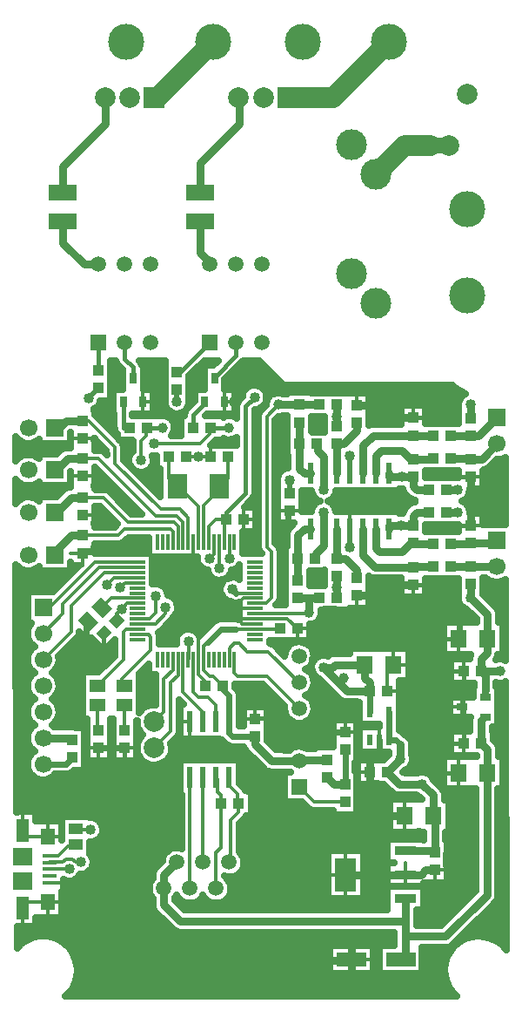
<source format=gtl>
G04 DipTrace 2.4.0.2*
%INTemperatureController.GTL*%
%MOIN*%
%ADD13C,0.0315*%
%ADD14C,0.0118*%
%ADD15C,0.0236*%
%ADD16C,0.0197*%
%ADD17C,0.0591*%
%ADD18C,0.0394*%
%ADD20C,0.0157*%
%ADD21C,0.0256*%
%ADD22C,0.0787*%
%ADD23C,0.025*%
%ADD24C,0.013*%
%ADD26R,0.063X0.0709*%
%ADD27R,0.0433X0.0394*%
%ADD28R,0.1122X0.0551*%
%ADD29R,0.0394X0.0433*%
%ADD30R,0.0787X0.0787*%
%ADD31C,0.0787*%
%ADD32R,0.0591X0.0512*%
%ADD33C,0.1181*%
%ADD34C,0.1378*%
%ADD35R,0.0669X0.0669*%
%ADD36C,0.0669*%
%ADD37C,0.1575*%
%ADD38C,0.0984*%
%ADD39R,0.0531X0.0394*%
%ADD40R,0.0531X0.0157*%
%ADD41R,0.0551X0.063*%
%ADD42R,0.0512X0.0906*%
%ADD43R,0.0748X0.0669*%
%ADD45R,0.0256X0.0413*%
%ADD46R,0.1063X0.063*%
%ADD47R,0.0591X0.0591*%
%ADD48C,0.0591*%
%ADD49R,0.0846X0.0374*%
%ADD50R,0.0846X0.128*%
%ADD51R,0.0413X0.0256*%
%ADD52R,0.0236X0.0433*%
%ADD53R,0.0236X0.0787*%
%ADD54R,0.0118X0.063*%
%ADD55R,0.063X0.0118*%
%ADD56R,0.0748X0.0945*%
%ADD57C,0.04*%
%FSLAX44Y44*%
G04*
G70*
G90*
G75*
G01*
%LNTop*%
%LPD*%
X17951Y16126D2*
D13*
X17076D1*
X16200Y17001D1*
X16513D1*
X16638Y17126D1*
X17763D1*
X13543Y19859D2*
D14*
X12839D1*
D15*
X12699Y20000D1*
X16951Y16626D2*
D14*
Y16126D1*
X17076D1*
X17951Y15314D2*
D15*
Y16126D1*
D13*
Y16438D1*
X17763Y16626D1*
Y17126D1*
X10574Y27643D2*
D16*
Y27187D1*
X7190Y27321D2*
X7574Y27705D1*
X20399Y11343D2*
D13*
Y12127D1*
X19968Y12558D1*
X19096D1*
X18635Y13019D1*
X19138Y13522D1*
Y14063D1*
D15*
X18951Y14251D1*
X18699D1*
X20449Y9937D2*
D13*
Y11292D1*
X20399Y11343D1*
X19324Y9998D2*
X20388D1*
X20449Y9937D1*
X16324Y13481D2*
X15304D1*
X15260Y13437D1*
X14199D1*
X13574Y14062D1*
Y14373D1*
X13572Y14375D1*
X11594Y17320D2*
D14*
Y16919D1*
X11825Y16688D1*
X11950D1*
X12325Y16313D1*
X12381Y21808D2*
Y22619D1*
X12449Y22687D1*
X11791Y21808D2*
Y22404D1*
X12074Y22687D1*
X12449D1*
X17199Y24437D2*
D16*
Y25125D1*
X14887Y24187D2*
Y23687D1*
X13543Y18481D2*
D14*
X14493D1*
X14512Y18500D1*
X9054Y19466D2*
X8665D1*
X8449Y19250D1*
X8387D1*
Y19187D1*
X8262Y19062D1*
Y18812D1*
X6574Y14232D2*
D13*
Y14312D1*
X5447D1*
X13543Y18481D2*
D14*
X12835D1*
D15*
X12243D1*
X11745Y17983D1*
D14*
X11594Y17832D1*
Y17320D1*
X12325Y16313D2*
D15*
Y16186D1*
X12574Y15937D1*
Y14939D1*
X12572Y14937D1*
Y14501D1*
X12699Y14375D1*
X13572D1*
X12449Y22687D2*
D20*
Y22938D1*
X13199Y23688D1*
Y27001D1*
X13544Y27346D1*
X18699Y14251D2*
D15*
Y15314D1*
X21824Y20205D2*
D13*
Y19687D1*
Y27062D2*
Y26544D1*
X22387Y15873D2*
D21*
Y16158D1*
D13*
Y16703D1*
X22224Y16865D1*
X22951D1*
Y16876D1*
X22224Y16865D2*
Y17337D1*
X22449Y17562D1*
Y18090D1*
X22474Y18115D1*
Y19037D1*
X21824Y19687D1*
X10074Y8562D2*
Y9062D1*
X10574Y9562D1*
X10074Y8562D2*
Y7937D1*
X10699Y7312D1*
X19324D1*
Y8187D1*
Y7312D2*
Y6732D1*
Y6018D1*
X19149Y5843D1*
X19324Y6732D2*
X20869D1*
X22449Y8312D1*
Y12965D1*
X22474Y12990D1*
Y13865D1*
X22224Y14115D1*
Y14962D1*
D21*
X22387Y15125D1*
X21824Y24312D2*
D13*
Y23312D1*
Y22437D1*
X17449Y19768D2*
X18342D1*
X18762Y20187D1*
X19637D1*
X17449Y27044D2*
X18342D1*
X18824Y26562D1*
X19637D1*
X13074Y8562D2*
X13574Y9062D1*
Y9562D1*
X21824Y22437D2*
D20*
X21387D1*
X21262Y22312D1*
X20324Y20187D2*
X19637D1*
X21824Y24312D2*
X21387D1*
X21262Y24437D1*
X20574Y26562D2*
X19637D1*
X21372Y12990D2*
X20638D1*
Y13876D1*
X20878Y14115D1*
X21555D1*
Y14927D1*
Y15425D1*
X21481Y15499D1*
X21555Y16865D2*
Y16011D1*
X21513D1*
Y15531D1*
X21481Y15499D1*
X21555Y16865D2*
X20576D1*
Y18115D1*
X21372D1*
X18325Y14251D2*
D15*
Y13812D1*
D13*
X17966Y13453D1*
Y13019D1*
Y11860D1*
X18483Y11343D1*
X19297D1*
X17041Y9093D2*
X18199D1*
X19324D1*
X19918D1*
X20093Y9268D1*
X20449D1*
X11397Y17320D2*
D14*
Y16741D1*
X11637Y16501D1*
Y16313D1*
X11656D1*
X11844Y25062D2*
X11392D1*
X10933D1*
X17199Y22311D2*
D16*
Y21625D1*
X14824Y22437D2*
Y23018D1*
X14887D1*
X21372Y18115D2*
D14*
X21449D1*
Y18937D1*
X21372Y12990D2*
Y12139D1*
X21449Y12062D1*
X21555Y14927D2*
X20959D1*
X20949Y14937D1*
X21513Y16011D2*
X20898D1*
X20949Y16062D1*
X13543Y19662D2*
X13112D1*
X13012Y19562D1*
Y19269D1*
Y19187D1*
Y18875D1*
Y18750D1*
X13074Y18687D1*
X13534D1*
X13543Y18678D1*
Y18875D2*
X13012D1*
X13543Y19269D2*
X13012D1*
X11397Y17320D2*
Y18385D1*
X11698Y18686D1*
X11850Y18838D1*
X12199Y19187D1*
X13012D1*
X11200Y21808D2*
Y20689D1*
Y19489D1*
X11850Y18838D1*
X13199Y21937D2*
X13118D1*
Y22687D1*
X12385Y27187D2*
X12762D1*
X9260D2*
X9887D1*
X10512Y26562D1*
X7574Y13937D2*
D15*
X8574D1*
X9699Y12937D2*
D13*
X8949D1*
X8574Y13312D1*
D20*
Y13937D1*
X6949Y21393D2*
D14*
Y21500D1*
X7637D1*
X6949Y22830D2*
X7618D1*
X7637Y22812D1*
X6949Y24330D2*
X7431D1*
X7637Y24125D1*
X6949Y25768D2*
X7246D1*
X7575Y25439D1*
X17258Y5843D2*
D13*
Y5812D1*
X16074D1*
X18199Y9125D2*
Y9093D1*
X17258Y5843D2*
X17262D1*
Y5062D1*
X17258Y5843D2*
X17262Y6625D1*
X15260Y14437D2*
D14*
X14824D1*
X14199Y15062D1*
X13590D1*
X13572Y15044D1*
X17012Y14544D2*
D15*
X15852D1*
X15366D1*
X15260Y14437D1*
X13543Y18875D2*
D14*
X14805D1*
X15181Y18500D1*
X7788Y18339D2*
Y17751D1*
X7700D1*
X7074Y18376D1*
Y18783D1*
X7170D1*
X7788Y18339D2*
X7762D1*
Y17938D1*
X8137Y17564D1*
X11072Y14937D2*
Y14310D1*
X10607Y13845D1*
X9699Y12937D1*
X5611Y8040D2*
X4863D1*
X4646Y7824D1*
X5611Y10560D2*
X4863D1*
X4646Y10777D1*
X5699Y8788D2*
X6286D1*
X6324Y8750D1*
X4646Y10777D2*
Y11511D1*
X5447Y12312D1*
X5611Y8040D2*
X6177D1*
X6324Y8187D1*
Y8750D1*
X13574Y9562D2*
Y12939D1*
X12950Y13563D1*
X10889D1*
X10607Y13845D1*
X18620Y16126D2*
Y16858D1*
X18877Y17115D1*
X18865Y17126D1*
X20013D1*
Y16865D1*
X20576D1*
X15852Y14544D2*
Y16724D1*
X15700Y16876D1*
Y17376D1*
X15950Y17626D1*
Y18501D1*
X15182D1*
X15181Y18500D1*
X15950Y18501D2*
X17699D1*
X19201D1*
X20013Y17688D1*
Y17126D1*
X11075Y20689D2*
X11200D1*
X21824Y23375D2*
D13*
Y23312D1*
X17699Y18437D2*
D14*
Y18501D1*
X11200Y17320D2*
Y16063D1*
X11387Y15876D1*
X11762D1*
X12075Y15563D1*
Y14940D1*
X12072Y14937D1*
X11824Y32437D2*
D13*
Y32500D1*
X11449Y32875D1*
Y34085D1*
X9054Y19662D2*
D14*
X8050D1*
X7699Y19312D1*
X7574Y32437D2*
D13*
X7012D1*
X6199Y33250D1*
Y34085D1*
Y35187D2*
Y36187D1*
X7824Y37812D1*
Y38805D1*
X7817Y38812D1*
X11637Y27187D2*
D20*
Y27125D1*
X11199Y26687D1*
Y26187D1*
X17012Y12544D2*
D13*
X16592D1*
X16324Y12812D1*
X17012Y13875D2*
D15*
Y12544D1*
Y11875D2*
D14*
X15822D1*
X15260Y12437D1*
X11012Y18002D2*
Y17328D1*
X11003Y17320D1*
X12260Y11812D2*
Y12127D1*
X12137Y12250D1*
Y12747D1*
X12072Y12811D1*
X12260Y11812D2*
Y10122D1*
X12074Y9937D1*
Y8562D1*
X11572Y12811D2*
Y9564D1*
X11574Y9562D1*
X11072Y12811D2*
X11074Y8562D1*
X21824Y25875D2*
D13*
X22137D1*
X22824Y26562D1*
X21056Y25875D2*
X21824D1*
X19637Y24981D2*
X20368D1*
X20387Y25000D1*
X19637Y24981D2*
X19530D1*
X19199Y25312D1*
X18387D1*
X18199Y25124D1*
Y24437D1*
X20887Y22937D2*
X21324D1*
X16199D2*
Y22311D1*
Y21687D1*
X15887Y21374D1*
Y21205D1*
X15868Y21187D1*
X21824Y20875D2*
X22824D1*
Y20874D1*
X21056Y20875D2*
X21824D1*
Y21768D2*
X22717D1*
X22824Y21874D1*
X21056Y21749D2*
X21806D1*
X21824Y21768D1*
X20990Y36969D2*
D17*
X20302D1*
D22*
X19294D1*
X18207Y35881D1*
X9699Y38812D2*
X9824D1*
X11949Y40937D1*
X12775Y17320D2*
D14*
Y16799D1*
X12887Y16687D1*
X14010D1*
X15260Y15437D1*
X12578Y17320D2*
Y17753D1*
X12762Y17937D1*
X12949D1*
X13262Y17625D1*
X14072D1*
X15260Y16437D1*
X12572Y12811D2*
Y12501D1*
X12887Y12187D1*
Y11854D1*
X12929Y11812D1*
Y11479D1*
X12637Y11187D1*
Y9625D1*
X12574Y9562D1*
X14824Y38812D2*
D22*
X16574D1*
X18699Y40937D1*
X11449Y35187D2*
D13*
Y36312D1*
X12949Y37812D1*
Y38806D1*
X12942Y38812D1*
X8886Y28093D2*
D20*
Y28500D1*
X8574Y28812D1*
Y29437D1*
X8512Y27187D2*
Y26187D1*
X8762D1*
X12011Y28093D2*
Y28124D1*
X12824Y28937D1*
Y29437D1*
X10574Y28312D2*
X10699D1*
X11824Y29437D1*
X21824Y24981D2*
D13*
X22243D1*
X22824Y25562D1*
X21056Y25000D2*
X21806D1*
X21824Y24981D1*
X7574Y28375D2*
D20*
Y29437D1*
X19637Y25893D2*
D13*
X20368D1*
X20387Y25875D1*
X19637Y25893D2*
X18092D1*
X17699Y25499D1*
Y24437D1*
X19637Y24312D2*
X19199D1*
X18699D1*
Y24437D1*
X19637Y24312D2*
Y23937D1*
X19762Y23812D1*
X20217D1*
X16699Y26231D2*
Y26617D1*
Y27062D1*
X20887Y23812D2*
X21324D1*
X16199D2*
Y24437D1*
Y25062D1*
X15949Y25312D1*
Y25544D1*
X15931Y25562D1*
X16699D2*
Y24437D1*
Y25562D2*
X16949D1*
X17449Y26062D1*
Y26374D1*
X15262Y25562D2*
Y24624D1*
X15449Y24437D1*
X15699D1*
X15262Y26393D2*
Y25562D1*
X16030Y27062D2*
X15262D1*
X14449D1*
X13543Y19466D2*
D14*
X13978D1*
X14199Y19687D1*
Y21440D1*
X14013Y21626D1*
Y26626D1*
X14449Y27062D1*
X19637Y21768D2*
D13*
X19530D1*
X19199Y21437D1*
X18324D1*
X18199Y21562D1*
Y22311D1*
X20387Y21749D2*
X19655D1*
X19637Y21768D1*
Y20856D2*
X18155D1*
X17699Y21312D1*
Y22311D1*
X20387Y20875D2*
X19655D1*
X19637Y20856D1*
Y22437D2*
X19143D1*
X18699D1*
Y22311D1*
X20217Y22937D2*
X19762D1*
X19637Y22812D1*
Y22437D1*
X16699Y19687D2*
Y20079D1*
Y20518D1*
X8574Y15562D2*
D14*
Y14606D1*
X16699Y21187D2*
D13*
Y22311D1*
X17449Y20437D2*
Y20749D1*
X17012Y21187D1*
X16699D1*
X15199D2*
Y22062D1*
X15449Y22312D1*
X15698D1*
X15699Y22311D1*
X15199Y20356D2*
Y21187D1*
Y19687D2*
X16030D1*
X15199D2*
X15637D1*
Y19125D1*
X13543Y19072D2*
D14*
X15521D1*
X15574Y19125D1*
X15637D1*
X10806Y17320D2*
Y16082D1*
X11572Y15316D1*
Y14937D1*
X11397Y21808D2*
Y23177D1*
X10637Y23937D1*
X10578D1*
X10264Y25062D2*
Y24251D1*
X10578Y23937D1*
X11594Y21808D2*
Y23207D1*
X12199Y23812D1*
Y23937D1*
X12514Y25062D2*
Y24251D1*
X12199Y23937D1*
X12578Y21808D2*
Y21192D1*
X7262Y10813D2*
X6727D1*
X6699Y10841D1*
X10413Y17320D2*
Y16901D1*
X10075Y16563D1*
Y15313D1*
X9699Y14937D1*
X10610Y17320D2*
Y16723D1*
X10325Y16438D1*
Y14563D1*
X9699Y13937D1*
X9054Y18481D2*
X8618D1*
X8512Y18375D1*
Y17310D1*
X7512Y16310D1*
X9054Y18284D2*
X9477D1*
X9574Y18187D1*
Y17687D1*
X8449Y16562D1*
Y16435D1*
X8574Y16310D1*
X9054Y21040D2*
X7426D1*
X5698Y19312D1*
X5447D1*
X9054Y20844D2*
X7604D1*
X6199Y19439D1*
Y19064D1*
X5447Y18312D1*
X9054Y20647D2*
X7782D1*
X6512Y19376D1*
Y18377D1*
X5447Y17312D1*
X9054Y20450D2*
X8148D1*
X7885Y20187D1*
X9054Y20253D2*
X8576D1*
X8385Y20062D1*
X5885Y26187D2*
D13*
Y25998D1*
X6324Y26437D1*
X6949D1*
X11003Y21808D2*
D14*
Y22758D1*
X10699Y23062D1*
X9949D1*
X8199Y24812D1*
Y25440D1*
X7202Y26437D1*
X6949D1*
X5887Y24562D2*
D13*
Y24500D1*
X6387Y25000D1*
X6949D1*
X10806Y21808D2*
D14*
Y22580D1*
X10574Y22812D1*
X9762D1*
X7574Y25000D1*
X6949D1*
X5887Y22937D2*
D13*
Y22875D1*
X6512Y23500D1*
X6949D1*
X10610Y21808D2*
D14*
Y22402D1*
X10449Y22562D1*
X8699D1*
X7762Y23500D1*
X6949D1*
X5887Y21312D2*
D13*
Y21437D1*
X6512Y22062D1*
X6949D1*
X10413Y21808D2*
D14*
Y22223D1*
X10324Y22312D1*
X8574D1*
X8324Y22062D1*
X6949D1*
X11988Y21808D2*
Y21351D1*
X11825Y21189D1*
X6449Y9313D2*
X5712D1*
X5699Y9300D1*
X12184Y21808D2*
Y20829D1*
X12200Y20814D1*
X6887Y9563D2*
X6699D1*
X6574Y9688D1*
X6324D1*
X6199Y9563D1*
X5706D1*
X5699Y9556D1*
X6574Y13563D2*
D15*
X6323Y13312D1*
X5447D1*
X5699Y9812D2*
D14*
X6011D1*
X6387Y10188D1*
X6637D1*
X6699Y10250D1*
X11868Y26187D2*
D20*
X12574D1*
X9054Y18678D2*
D14*
X9752D1*
X10137Y19064D1*
Y19314D1*
X9699Y25562D2*
X11449D1*
X11824Y25937D1*
Y26143D1*
X11868Y26187D1*
X9431D2*
D20*
X10012D1*
X9054Y18875D2*
D14*
X9511D1*
X9762Y19126D1*
Y19751D1*
X9199Y24937D2*
Y25689D1*
X9387Y25877D1*
Y26187D1*
X9431D1*
X7512Y15562D2*
Y14669D1*
X7574Y14606D1*
D57*
X12699Y20000D3*
X16200Y17001D3*
X10574Y27187D3*
X7190Y27321D3*
X17199Y25125D3*
X14887Y24187D3*
X8449Y19250D3*
X19968Y12558D3*
X19138Y13522D3*
X13544Y27346D3*
X10574Y27187D3*
X21824Y19687D3*
Y27062D3*
X21262Y22312D3*
X20324Y20187D3*
X21262Y24437D3*
X20574Y26562D3*
X17199Y21625D3*
X14824Y22437D3*
X21449Y18937D3*
Y12062D3*
X20949Y14937D3*
Y16062D3*
X13199Y21937D3*
X11392Y25062D3*
X12762Y27187D3*
X10512Y26562D3*
X11392Y25062D3*
X7637Y21500D3*
Y22812D3*
Y24125D3*
X7575Y25439D3*
X16074Y5812D3*
X18199Y9125D3*
X17262Y5062D3*
Y6625D3*
X17966Y11860D3*
X8137Y17564D3*
X6324Y8750D3*
X11698Y18686D3*
X6324Y8750D3*
X8137Y17564D3*
X11012Y18002D3*
X21324Y22937D3*
X16199D3*
X16699Y26617D3*
X19199Y24312D3*
X21324Y23812D3*
X16199D3*
X16699Y20079D3*
X19143Y22437D3*
X12578Y21192D3*
X7262Y10813D3*
X7885Y20187D3*
X8385Y20062D3*
X11825Y21189D3*
X6449Y9313D3*
X12200Y20814D3*
X6887Y9563D3*
X10137Y19314D3*
X9699Y25562D3*
X9762Y19751D3*
X9199Y24937D3*
X14638Y25064D3*
Y26252D3*
X15950Y26314D3*
X15888Y20439D3*
X8637Y25564D3*
X7949Y26437D3*
X10762Y20314D3*
X11075Y20689D3*
X15824Y27687D3*
X17012D3*
X18199D3*
X19137Y27437D3*
X20012D3*
X20949D3*
X21824Y23375D3*
X20949Y19937D3*
X20574Y19437D3*
X19949D3*
X19324D3*
X18699D3*
X18324Y20062D3*
X17949Y18937D3*
X17699Y18437D3*
X14574Y21812D3*
X8062Y28503D2*
D23*
X8371D1*
X9304D2*
X10086D1*
X11402D2*
X11594D1*
X12902D2*
X13934D1*
X8062Y28255D2*
X8469D1*
X9304D2*
X10086D1*
X11152D2*
X11594D1*
X12652D2*
X14184D1*
X8062Y28006D2*
X8469D1*
X9304D2*
X10086D1*
X11062D2*
X11594D1*
X12429D2*
X14430D1*
X8062Y27757D2*
X8469D1*
X9304D2*
X10086D1*
X11062D2*
X11594D1*
X12429D2*
X13305D1*
X13785D2*
X21164D1*
X9679Y27509D2*
X10086D1*
X11062D2*
X11219D1*
X12804D2*
X13082D1*
X14003D2*
X14309D1*
X14589D2*
X14774D1*
X17937D2*
X21516D1*
X9679Y27260D2*
X10086D1*
X11062D2*
X11219D1*
X12804D2*
X12947D1*
X17937D2*
X21379D1*
X7562Y27011D2*
X8094D1*
X9679D2*
X10118D1*
X17937D2*
X19149D1*
X20125D2*
X21336D1*
X7437Y26763D2*
X8094D1*
X9679D2*
X10360D1*
X13566D2*
X13692D1*
X17937D2*
X19149D1*
X20125D2*
X21336D1*
X7609Y26514D2*
X8145D1*
X10363D2*
X10692D1*
X14382D2*
X14774D1*
X15750D2*
X16211D1*
X17937D2*
X19149D1*
X20125D2*
X21336D1*
X7855Y26265D2*
X8145D1*
X10492D2*
X10692D1*
X14363D2*
X14774D1*
X15750D2*
X16211D1*
X10464Y26017D2*
X10692D1*
X14363D2*
X14754D1*
X14363Y25768D2*
X14754D1*
X4421Y25519D2*
X6461D1*
X7437D2*
X7637D1*
X8539D2*
X8852D1*
X14363D2*
X14754D1*
X4421Y25270D2*
X6036D1*
X8546D2*
X8852D1*
X14363D2*
X14754D1*
X8546Y25022D2*
X8718D1*
X14363D2*
X14813D1*
X14363Y24773D2*
X14813D1*
X22656D2*
X23121D1*
X7437Y24524D2*
X7566D1*
X9437D2*
X9914D1*
X14363D2*
X14543D1*
X20125D2*
X21336D1*
X22312D2*
X23121D1*
X7437Y24276D2*
X7817D1*
X9218D2*
X9914D1*
X20125D2*
X21270D1*
X22312D2*
X23121D1*
X4425Y24027D2*
X4593D1*
X7437D2*
X8063D1*
X9468D2*
X9914D1*
X22312D2*
X23125D1*
X4425Y23778D2*
X6168D1*
X7953D2*
X8313D1*
X9714D2*
X9914D1*
X15375D2*
X15711D1*
X16687D2*
X19219D1*
X21812D2*
X23125D1*
X4425Y23530D2*
X4774D1*
X5000D2*
X5262D1*
X8214D2*
X8563D1*
X13531D2*
X13664D1*
X15375D2*
X15805D1*
X16593D2*
X19422D1*
X21718D2*
X23125D1*
X8464Y23281D2*
X8809D1*
X13304D2*
X13664D1*
X15375D2*
X15860D1*
X16539D2*
X19493D1*
X21664D2*
X23125D1*
X7437Y23032D2*
X7746D1*
X8711D2*
X9059D1*
X15375D2*
X15719D1*
X16679D2*
X19250D1*
X21804D2*
X23125D1*
X7437Y22784D2*
X7996D1*
X22312D2*
X23129D1*
X7437Y22535D2*
X8243D1*
X14363D2*
X15051D1*
X22312D2*
X23129D1*
X14363Y22286D2*
X14817D1*
X20125D2*
X21336D1*
X13125Y22038D2*
X13664D1*
X14363D2*
X14750D1*
X8523Y21789D2*
X9473D1*
X13125D2*
X13664D1*
X14363D2*
X14750D1*
X7437Y21540D2*
X9473D1*
X13125D2*
X13676D1*
X14531D2*
X14692D1*
X14546Y21291D2*
X14695D1*
X9660Y21043D2*
X11360D1*
X14546D2*
X14695D1*
X6511Y20794D2*
X6696D1*
X9660D2*
X11555D1*
X14546D2*
X14695D1*
X4433Y20545D2*
X6450D1*
X9660D2*
X11797D1*
X12605D2*
X12938D1*
X14546D2*
X14710D1*
X15687D2*
X16211D1*
X4433Y20297D2*
X6200D1*
X9660D2*
X12317D1*
X14546D2*
X14710D1*
X15687D2*
X16211D1*
X17937D2*
X19149D1*
X20125D2*
X21336D1*
X22312D2*
X22641D1*
X23007D2*
X23133D1*
X4433Y20048D2*
X5950D1*
X10144D2*
X12211D1*
X14546D2*
X14710D1*
X17937D2*
X19149D1*
X20125D2*
X21336D1*
X22312D2*
X23133D1*
X4433Y19799D2*
X4825D1*
X10250D2*
X12254D1*
X14546D2*
X14710D1*
X17937D2*
X19149D1*
X20125D2*
X21336D1*
X22336D2*
X23137D1*
X4437Y19551D2*
X4825D1*
X10562D2*
X12555D1*
X14519D2*
X14711D1*
X17937D2*
X21356D1*
X22582D2*
X23137D1*
X4437Y19302D2*
X4825D1*
X10628D2*
X12938D1*
X17937D2*
X21539D1*
X22828D2*
X23137D1*
X4437Y19053D2*
X4825D1*
X10546D2*
X12938D1*
X16117D2*
X21836D1*
X22921D2*
X23137D1*
X4437Y18805D2*
X4825D1*
X10363D2*
X12012D1*
X15996D2*
X22028D1*
X22921D2*
X23137D1*
X4437Y18556D2*
X4875D1*
X10113D2*
X11750D1*
X15687D2*
X20766D1*
X4437Y18307D2*
X4825D1*
X9898D2*
X10637D1*
X15687D2*
X20766D1*
X4441Y18059D2*
X4879D1*
X6675D2*
X7364D1*
X9921D2*
X10524D1*
X15687D2*
X20766D1*
X4441Y17810D2*
X5090D1*
X6429D2*
X7629D1*
X7918D2*
X8164D1*
X14371D2*
X14817D1*
X15703D2*
X20766D1*
X4441Y17561D2*
X4875D1*
X6179D2*
X8164D1*
X15832D2*
X17157D1*
X19468D2*
X20766D1*
X4441Y17312D2*
X4825D1*
X6070D2*
X8032D1*
X19468D2*
X21047D1*
X4441Y17064D2*
X4875D1*
X6019D2*
X7782D1*
X19468D2*
X21047D1*
X4441Y16815D2*
X5086D1*
X5808D2*
X6926D1*
X9187D2*
X9473D1*
X19468D2*
X21047D1*
X4441Y16566D2*
X4879D1*
X6015D2*
X6926D1*
X9160D2*
X9727D1*
X15828D2*
X16012D1*
X19468D2*
X21047D1*
X4445Y16318D2*
X4825D1*
X6070D2*
X6926D1*
X9160D2*
X9727D1*
X12832D2*
X13895D1*
X15832D2*
X16262D1*
X19125D2*
X21938D1*
X22836D2*
X23145D1*
X4445Y16069D2*
X4875D1*
X6019D2*
X6926D1*
X9160D2*
X9727D1*
X12961D2*
X14145D1*
X15707D2*
X16508D1*
X19125D2*
X21891D1*
X22882D2*
X23145D1*
X4445Y15820D2*
X5078D1*
X5816D2*
X6926D1*
X9160D2*
X9727D1*
X12984D2*
X14395D1*
X15695D2*
X16758D1*
X19125D2*
X20985D1*
X22882D2*
X23145D1*
X4445Y15572D2*
X4883D1*
X6011D2*
X6926D1*
X9160D2*
X9500D1*
X12984D2*
X14641D1*
X15828D2*
X17543D1*
X19105D2*
X20985D1*
X22882D2*
X23145D1*
X4445Y15323D2*
X4825D1*
X6070D2*
X6926D1*
X14058D2*
X14688D1*
X15832D2*
X17543D1*
X19105D2*
X20985D1*
X22882D2*
X23149D1*
X4445Y15074D2*
X4871D1*
X6023D2*
X6926D1*
X14058D2*
X14809D1*
X15711D2*
X17543D1*
X19105D2*
X21793D1*
X22882D2*
X23149D1*
X4449Y14826D2*
X5071D1*
X5824D2*
X7086D1*
X14058D2*
X16524D1*
X17500D2*
X18289D1*
X19105D2*
X21778D1*
X22882D2*
X23149D1*
X4449Y14577D2*
X4883D1*
X14058D2*
X16524D1*
X19175D2*
X21778D1*
X22671D2*
X23149D1*
X4449Y14328D2*
X4825D1*
X14058D2*
X16524D1*
X19492D2*
X21047D1*
X22730D2*
X23149D1*
X4449Y14080D2*
X4871D1*
X10367D2*
X12430D1*
X14179D2*
X16524D1*
X19586D2*
X21047D1*
X22863D2*
X23149D1*
X4449Y13831D2*
X5063D1*
X10375D2*
X13196D1*
X19586D2*
X21047D1*
X22921D2*
X23153D1*
X4449Y13582D2*
X4887D1*
X10277D2*
X13430D1*
X17500D2*
X18575D1*
X19625D2*
X20766D1*
X4453Y13333D2*
X4825D1*
X7062D2*
X9411D1*
X9988D2*
X10664D1*
X12980D2*
X13680D1*
X19589D2*
X20766D1*
X4453Y13085D2*
X4868D1*
X7062D2*
X10664D1*
X12980D2*
X13942D1*
X19324D2*
X20766D1*
X4453Y12836D2*
X5059D1*
X5836D2*
X10664D1*
X12980D2*
X14676D1*
X20367D2*
X20766D1*
X4453Y12587D2*
X10664D1*
X12980D2*
X14676D1*
X20562D2*
X20766D1*
X4453Y12339D2*
X10664D1*
X13199D2*
X14676D1*
X17500D2*
X18692D1*
X20789D2*
X22000D1*
X22898D2*
X23157D1*
X4453Y12090D2*
X10723D1*
X13437D2*
X14676D1*
X17500D2*
X19813D1*
X20847D2*
X22000D1*
X22898D2*
X23157D1*
X4457Y11841D2*
X10723D1*
X13437D2*
X15371D1*
X17500D2*
X18692D1*
X21003D2*
X22000D1*
X22898D2*
X23157D1*
X4457Y11593D2*
X10723D1*
X13437D2*
X15637D1*
X17500D2*
X18692D1*
X21003D2*
X22000D1*
X22898D2*
X23157D1*
X5191Y11344D2*
X10723D1*
X13250D2*
X18692D1*
X21003D2*
X22000D1*
X22898D2*
X23157D1*
X7656Y11095D2*
X10723D1*
X13027D2*
X18692D1*
X21003D2*
X22000D1*
X22898D2*
X23157D1*
X7750Y10847D2*
X10723D1*
X12984D2*
X18692D1*
X21003D2*
X22000D1*
X22898D2*
X23161D1*
X7699Y10598D2*
X10723D1*
X12984D2*
X20000D1*
X20898D2*
X22000D1*
X22898D2*
X23161D1*
X7320Y10349D2*
X10723D1*
X12984D2*
X18610D1*
X20937D2*
X22000D1*
X22898D2*
X23161D1*
X7253Y10101D2*
X10395D1*
X12984D2*
X18610D1*
X20937D2*
X22000D1*
X22898D2*
X23161D1*
X7277Y9852D2*
X10071D1*
X13078D2*
X16328D1*
X17753D2*
X18610D1*
X20937D2*
X22000D1*
X22898D2*
X23161D1*
X7375Y9603D2*
X9993D1*
X13156D2*
X16328D1*
X17753D2*
X18610D1*
X20937D2*
X22000D1*
X22898D2*
X23161D1*
X7328Y9354D2*
X9746D1*
X13121D2*
X16328D1*
X17753D2*
X18610D1*
X20937D2*
X22000D1*
X22898D2*
X23164D1*
X7000Y9106D2*
X9629D1*
X12925D2*
X16328D1*
X17753D2*
X18610D1*
X20937D2*
X22000D1*
X22898D2*
X23164D1*
X6566Y8857D2*
X9575D1*
X12574D2*
X16328D1*
X17753D2*
X18610D1*
X20937D2*
X22000D1*
X22898D2*
X23164D1*
X6253Y8608D2*
X9493D1*
X12656D2*
X16328D1*
X17753D2*
X18610D1*
X20039D2*
X22000D1*
X22898D2*
X23164D1*
X6175Y8360D2*
X9528D1*
X12621D2*
X16328D1*
X17753D2*
X18610D1*
X20039D2*
X21875D1*
X22898D2*
X23164D1*
X6175Y8111D2*
X9625D1*
X10523D2*
X10715D1*
X11433D2*
X11715D1*
X12433D2*
X18610D1*
X20039D2*
X21625D1*
X22847D2*
X23164D1*
X6175Y7862D2*
X9633D1*
X10769D2*
X18610D1*
X20039D2*
X21379D1*
X22621D2*
X23168D1*
X6175Y7614D2*
X9774D1*
X19773D2*
X21129D1*
X22375D2*
X23168D1*
X5191Y7365D2*
X10024D1*
X19773D2*
X20879D1*
X22125D2*
X23168D1*
X5191Y7116D2*
X10274D1*
X21875D2*
X23168D1*
X4468Y6868D2*
X18875D1*
X21628D2*
X23168D1*
X4468Y6619D2*
X4871D1*
X6019D2*
X18875D1*
X21378D2*
X21563D1*
X22714D2*
X23168D1*
X6382Y6370D2*
X16407D1*
X18109D2*
X18297D1*
X6582Y6122D2*
X16407D1*
X18109D2*
X18297D1*
X20000D2*
X21000D1*
X6703Y5873D2*
X16407D1*
X18109D2*
X18297D1*
X20000D2*
X20883D1*
X6765Y5624D2*
X16407D1*
X18109D2*
X18297D1*
X20000D2*
X20821D1*
X6777Y5375D2*
X16407D1*
X18109D2*
X18297D1*
X20000D2*
X20809D1*
X6742Y5127D2*
X20844D1*
X6652Y4878D2*
X20930D1*
X6500Y4629D2*
X21082D1*
X22020Y13609D2*
X22052Y13615D1*
Y13650D1*
X21862Y13653D1*
X21074D1*
Y14577D1*
X21803D1*
X21802Y14962D1*
X21829Y15103D1*
X21428Y15106D1*
X21010D1*
Y15891D1*
X21915D1*
Y16265D1*
X21966D1*
X21962Y16403D1*
X21074D1*
Y17327D1*
X21803D1*
X21827Y17496D1*
X20792D1*
Y18734D1*
X22055D1*
X22052Y18861D1*
X21665Y19249D1*
X21569Y19298D1*
X21475Y19380D1*
X21406Y19484D1*
X21367Y19602D1*
X21362Y19974D1*
Y20413D1*
X20574Y20417D1*
X20493Y20413D1*
X20099D1*
X20098Y19706D1*
X19175D1*
Y20434D1*
X18155D1*
X18032Y20452D1*
X17913Y20510D1*
X17911Y19956D1*
Y19286D1*
X17180D1*
X17181Y19225D1*
X16218Y19229D1*
X16136Y19225D1*
X16086D1*
X16098Y19125D1*
X16082Y19001D1*
X16032Y18887D1*
X15954Y18789D1*
X15853Y18717D1*
X15736Y18674D1*
X15662Y18661D1*
Y18038D1*
X14123Y18037D1*
X14119Y17960D1*
X14288Y17866D1*
X14702Y17453D1*
X14711Y17551D1*
X14750Y17670D1*
X14814Y17777D1*
X14901Y17867D1*
X15005Y17936D1*
X15121Y17980D1*
X15245Y17997D1*
X15369Y17986D1*
X15488Y17949D1*
X15596Y17885D1*
X15686Y17800D1*
X15756Y17697D1*
X15801Y17580D1*
X15820Y17437D1*
X15806Y17313D1*
X15765Y17195D1*
X15699Y17089D1*
X15611Y17001D1*
X15509Y16936D1*
X15596Y16885D1*
X15686Y16800D1*
X15756Y16697D1*
X15801Y16580D1*
X15820Y16437D1*
X15806Y16313D1*
X15765Y16195D1*
X15699Y16089D1*
X15611Y16001D1*
X15509Y15936D1*
X15596Y15885D1*
X15686Y15800D1*
X15756Y15697D1*
X15801Y15580D1*
X15820Y15437D1*
X15806Y15313D1*
X15765Y15195D1*
X15699Y15089D1*
X15611Y15001D1*
X15506Y14934D1*
X15388Y14892D1*
X15265Y14877D1*
X15141Y14890D1*
X15022Y14930D1*
X14916Y14995D1*
X14827Y15082D1*
X14759Y15186D1*
X14716Y15303D1*
X14700Y15427D1*
X14709Y15532D1*
X13873Y16365D1*
X12883Y16364D1*
X12805Y16374D1*
X12806Y16248D1*
X12918Y16107D1*
X12954Y15984D1*
X12957Y15687D1*
X12955Y14761D1*
X13110Y14762D1*
Y15525D1*
X14034D1*
Y14196D1*
X14373Y13861D1*
X14891Y13859D1*
X15005Y13936D1*
X15121Y13980D1*
X15245Y13997D1*
X15369Y13986D1*
X15488Y13949D1*
X15565Y13903D1*
X15863Y13904D1*
X15862Y13963D1*
X16554D1*
X16550Y14356D1*
Y15025D1*
X17473D1*
Y13393D1*
X17391D1*
X17395Y13027D1*
X17473Y13025D1*
X17470Y12062D1*
X17473Y11981D1*
Y11393D1*
X16550D1*
Y11553D1*
X15822Y11551D1*
X15700Y11574D1*
X15593Y11645D1*
X15364Y11875D1*
X14699Y11877D1*
Y12997D1*
X14914D1*
X14885Y13015D1*
X14199D1*
X14076Y13033D1*
X13960Y13089D1*
X13812Y13227D1*
X13275Y13763D1*
X13198Y13871D1*
X13159Y13893D1*
X13110D1*
Y13991D1*
X12699D1*
X12576Y14012D1*
X12464Y14073D1*
X12299Y14234D1*
X12189Y14278D1*
X11689D1*
X11189D1*
X10689D1*
Y15596D1*
X10835D1*
X10650Y15780D1*
X10649Y14563D1*
X10625Y14441D1*
X10554Y14334D1*
X10336Y14115D1*
X10358Y13937D1*
X10346Y13813D1*
X10311Y13693D1*
X10254Y13582D1*
X10177Y13484D1*
X10083Y13402D1*
X9975Y13339D1*
X9857Y13298D1*
X9734Y13279D1*
X9609Y13285D1*
X9488Y13313D1*
X9374Y13364D1*
X9271Y13436D1*
X9185Y13526D1*
X9116Y13630D1*
X9069Y13746D1*
X9044Y13868D1*
X9043Y13993D1*
X9065Y14116D1*
X9110Y14232D1*
X9177Y14338D1*
X9271Y14436D1*
X9185Y14526D1*
X9116Y14630D1*
X9069Y14746D1*
X9044Y14868D1*
X9043Y14993D1*
X9036Y14963D1*
X9032Y14125D1*
X9036Y14043D1*
Y13456D1*
X8112D1*
Y15041D1*
X8037D1*
X8032Y14125D1*
X8036Y14043D1*
Y13456D1*
X7112D1*
Y15041D1*
X6951D1*
X6955Y16083D1*
X6951Y16164D1*
Y16831D1*
X7573D1*
X8186Y17442D1*
X8188Y18087D1*
X7943Y17842D1*
X7880Y17803D1*
X7807Y17784D1*
X7733Y17785D1*
X7661Y17807D1*
X7587Y17859D1*
X7295Y18147D1*
X7222Y18130D1*
X7148Y18133D1*
X7077Y18158D1*
X7011Y18206D1*
X6836Y18377D1*
X6812Y18255D1*
X6741Y18148D1*
X6031Y17438D1*
X6047Y17312D1*
X6034Y17188D1*
X5995Y17069D1*
X5933Y16961D1*
X5850Y16868D1*
X5778Y16815D1*
X5837Y16767D1*
X5923Y16677D1*
X5988Y16570D1*
X6030Y16453D1*
X6047Y16312D1*
X6034Y16188D1*
X5995Y16069D1*
X5933Y15961D1*
X5850Y15868D1*
X5778Y15815D1*
X5837Y15767D1*
X5923Y15677D1*
X5988Y15570D1*
X6030Y15453D1*
X6047Y15312D1*
X6034Y15188D1*
X5995Y15069D1*
X5933Y14961D1*
X5850Y14868D1*
X5778Y14815D1*
X5867Y14736D1*
X6574Y14734D1*
X6738Y14714D1*
X7036D1*
X7032Y13751D1*
X7036Y13669D1*
Y13082D1*
X6634D1*
X6594Y13041D1*
X6493Y12969D1*
X6370Y12932D1*
X6073Y12929D1*
X5905D1*
X5850Y12868D1*
X5750Y12794D1*
X5636Y12743D1*
X5514Y12716D1*
X5389Y12715D1*
X5267Y12740D1*
X5152Y12790D1*
X5051Y12862D1*
X4966Y12954D1*
X4903Y13061D1*
X4862Y13180D1*
X4848Y13303D1*
X4859Y13428D1*
X4896Y13547D1*
X4956Y13656D1*
X5038Y13750D1*
X5116Y13809D1*
X5051Y13862D1*
X4966Y13954D1*
X4903Y14061D1*
X4862Y14180D1*
X4848Y14303D1*
X4859Y14428D1*
X4896Y14547D1*
X4956Y14656D1*
X5038Y14750D1*
X5116Y14809D1*
X5051Y14862D1*
X4966Y14954D1*
X4903Y15061D1*
X4862Y15180D1*
X4848Y15303D1*
X4859Y15428D1*
X4896Y15547D1*
X4956Y15656D1*
X5038Y15750D1*
X5116Y15809D1*
X5051Y15862D1*
X4966Y15954D1*
X4903Y16061D1*
X4862Y16180D1*
X4848Y16303D1*
X4859Y16428D1*
X4896Y16547D1*
X4956Y16656D1*
X5038Y16750D1*
X5116Y16809D1*
X5051Y16862D1*
X4966Y16954D1*
X4903Y17061D1*
X4862Y17180D1*
X4848Y17303D1*
X4859Y17428D1*
X4896Y17547D1*
X4956Y17656D1*
X5038Y17750D1*
X5116Y17809D1*
X5051Y17862D1*
X4966Y17954D1*
X4903Y18061D1*
X4862Y18180D1*
X4848Y18303D1*
X4859Y18428D1*
X4896Y18547D1*
X4956Y18656D1*
X5005Y18712D1*
X4848D1*
Y19912D1*
X5836D1*
X6841Y20914D1*
X6661Y20911D1*
X6487D1*
X6486Y21037D1*
Y20712D1*
X5287D1*
Y20865D1*
X5189Y20794D1*
X5075Y20743D1*
X4953Y20716D1*
X4829Y20715D1*
X4706Y20740D1*
X4592Y20790D1*
X4490Y20862D1*
X4408Y20951D1*
X4431Y11491D1*
X4600Y11494D1*
X5167D1*
X5170Y11140D1*
X6151D1*
Y10409D1*
X6161Y10419D1*
X6169Y10629D1*
Y11302D1*
X7230D1*
Y11275D1*
X7321Y11274D1*
X7441Y11242D1*
X7549Y11179D1*
X7636Y11089D1*
X7696Y10980D1*
X7727Y10813D1*
X7710Y10689D1*
X7661Y10575D1*
X7584Y10477D1*
X7483Y10404D1*
X7366Y10360D1*
X7231Y10350D1*
X7230Y9880D1*
X7321Y9730D1*
X7352Y9563D1*
X7335Y9439D1*
X7286Y9324D1*
X7209Y9227D1*
X7108Y9154D1*
X6991Y9110D1*
X6863Y9099D1*
X6771Y8977D1*
X6670Y8904D1*
X6554Y8860D1*
X6430Y8848D1*
X6307Y8870D1*
X6226Y8909D1*
X6230Y8701D1*
Y8445D1*
X6151D1*
Y7460D1*
X5166D1*
X5167Y7106D1*
X4443D1*
X4444Y6272D1*
X4606Y6436D1*
X4812Y6577D1*
X5041Y6676D1*
X5285Y6731D1*
X5534Y6737D1*
X5780Y6697D1*
X6014Y6610D1*
X6228Y6480D1*
X6413Y6313D1*
X6562Y6113D1*
X6671Y5888D1*
X6735Y5647D1*
X6753Y5433D1*
X6729Y5185D1*
X6658Y4945D1*
X6543Y4724D1*
X6388Y4528D1*
X6289Y4435D1*
X7574Y4437D1*
X21289D1*
X21183Y4541D1*
X21031Y4738D1*
X20919Y4962D1*
X20851Y5202D1*
X20831Y5451D1*
X20858Y5699D1*
X20932Y5937D1*
X21050Y6157D1*
X21207Y6351D1*
X21399Y6511D1*
X21617Y6632D1*
X21854Y6709D1*
X22102Y6740D1*
X22351Y6723D1*
X22592Y6659D1*
X22817Y6550D1*
X23017Y6401D1*
X23185Y6216D1*
X23196Y6200D1*
X23168Y16468D1*
X23051Y16425D1*
X22926Y16415D1*
X22808Y16438D1*
X22809Y16269D1*
X22858Y16265D1*
X22854Y15480D1*
X22858Y15392D1*
Y14732D1*
X22643D1*
X22647Y14576D1*
X22706Y14577D1*
Y14229D1*
X22773Y14163D1*
X22847Y14063D1*
X22890Y13941D1*
X22897Y13740D1*
Y13611D1*
X23054Y13609D1*
Y12371D1*
X22871D1*
X22872Y8312D1*
X22853Y8189D1*
X22797Y8072D1*
X22659Y7925D1*
X21168Y6433D1*
X21068Y6359D1*
X20946Y6316D1*
X20744Y6309D1*
X19974D1*
X19975Y5302D1*
X18323D1*
Y6383D1*
X18905D1*
X18902Y6732D1*
Y6892D1*
X17074Y6890D1*
X10699D1*
X10576Y6908D1*
X10460Y6964D1*
X10312Y7102D1*
X9775Y7638D1*
X9701Y7738D1*
X9659Y7860D1*
X9652Y8062D1*
Y8191D1*
X9573Y8311D1*
X9530Y8428D1*
X9514Y8552D1*
X9526Y8676D1*
X9565Y8795D1*
X9653Y8927D1*
X9652Y9062D1*
X9670Y9185D1*
X9726Y9302D1*
X9864Y9449D1*
X10016Y9601D1*
X10026Y9676D1*
X10065Y9795D1*
X10129Y9902D1*
X10215Y9992D1*
X10319Y10061D1*
X10436Y10105D1*
X10559Y10122D1*
X10684Y10111D1*
X10747Y10091D1*
X10749Y11562D1*
Y12152D1*
X10689D1*
Y13470D1*
X11455Y13466D1*
X11564Y13470D1*
X11955Y13466D1*
X12064Y13470D1*
X12455Y13466D1*
X12564Y13470D1*
X12955D1*
Y12575D1*
X13116Y12416D1*
X13180Y12325D1*
X13322Y12274D1*
X13410D1*
Y11350D1*
X13227D1*
X13158Y11250D1*
X12962Y11054D1*
X12961Y9964D1*
X13001Y9925D1*
X13071Y9822D1*
X13116Y9705D1*
X13134Y9562D1*
X13120Y9438D1*
X13079Y9320D1*
X13013Y9214D1*
X12926Y9126D1*
X12820Y9059D1*
X12703Y9017D1*
X12579Y9002D1*
X12455Y9015D1*
X12400Y9033D1*
X12410Y9010D1*
X12501Y8925D1*
X12571Y8822D1*
X12616Y8705D1*
X12634Y8562D1*
X12620Y8438D1*
X12579Y8320D1*
X12513Y8214D1*
X12426Y8126D1*
X12320Y8059D1*
X12203Y8017D1*
X12079Y8002D1*
X11955Y8015D1*
X11837Y8055D1*
X11730Y8120D1*
X11641Y8207D1*
X11575Y8308D1*
X11513Y8214D1*
X11426Y8126D1*
X11320Y8059D1*
X11203Y8017D1*
X11079Y8002D1*
X10955Y8015D1*
X10837Y8055D1*
X10730Y8120D1*
X10641Y8207D1*
X10575Y8308D1*
X10494Y8195D1*
X10497Y8113D1*
X10873Y7736D1*
X18636Y7735D1*
Y8639D1*
X20012D1*
Y7735D1*
X19743D1*
X19746Y7308D1*
X19747Y7152D1*
X20695Y7154D1*
X22026Y8486D1*
X22027Y12371D1*
X20792D1*
Y13609D1*
X21952Y13608D1*
X21956Y13653D1*
X21743Y13657D1*
X21895Y13609D1*
X22020D1*
X16457Y6383D2*
X18084D1*
Y5302D1*
X16432D1*
Y6383D1*
X16457D1*
X15348Y23782D2*
X15345Y23206D1*
X15348Y23124D1*
Y22970D1*
X15734D1*
X15763Y23098D1*
X15821Y23208D1*
X15907Y23299D1*
X16014Y23363D1*
X16047Y23373D1*
X15944Y23423D1*
X15850Y23505D1*
X15781Y23609D1*
X15742Y23727D1*
X15740Y23777D1*
X15352Y23778D1*
X14426Y23206D2*
X14425Y24133D1*
X14337Y24126D1*
Y21762D1*
X14428Y21669D1*
X14498Y21566D1*
X14523Y21440D1*
Y19687D1*
X14499Y19565D1*
X14428Y19458D1*
X14365Y19394D1*
X14734Y19396D1*
X14737Y20081D1*
X14741Y20168D1*
X14737Y20250D1*
Y20722D1*
X14718Y20725D1*
Y21649D1*
X14776D1*
X14777Y22062D1*
X14795Y22185D1*
X14851Y22302D1*
X14989Y22449D1*
X15073Y22536D1*
X14425D1*
X14426Y23499D1*
X19944Y11962D2*
X19964D1*
X19805Y12124D1*
X19718Y12136D1*
X19096D1*
X18972Y12154D1*
X18856Y12210D1*
X18709Y12348D1*
X18491Y12557D1*
X18153Y12561D1*
X18072Y12557D1*
X17484D1*
Y13481D1*
X18501D1*
X18704Y13685D1*
X18707Y13769D1*
X18316Y13773D1*
X18233Y13769D1*
X17568D1*
Y14732D1*
X18320D1*
X18316Y14836D1*
X18292Y14732D1*
X18316D1*
X18209Y14832D1*
X17568D1*
Y15664D1*
X17469D1*
Y15707D1*
X17076Y15703D1*
X16952Y15722D1*
X16836Y15778D1*
X16688Y15915D1*
X16039Y16565D1*
X15946Y16612D1*
X15851Y16694D1*
X15782Y16797D1*
X15743Y16916D1*
X15737Y17040D1*
X15764Y17162D1*
X15823Y17272D1*
X15908Y17363D1*
X16015Y17427D1*
X16135Y17461D1*
X16259Y17462D1*
X16353Y17437D1*
X16433Y17495D1*
X16561Y17541D1*
X16763Y17548D1*
X17181D1*
X17183Y17745D1*
X18343Y17741D1*
X18361Y17745D1*
X19445D1*
Y16507D1*
X19101D1*
Y15664D1*
X19082D1*
X19078Y14832D1*
X19082Y14607D1*
X19161Y14571D1*
X19285Y14458D1*
X19341Y14434D1*
X19440Y14358D1*
X19513Y14257D1*
X19554Y14140D1*
X19561Y13938D1*
Y13715D1*
X19601Y13568D1*
X19586Y13399D1*
X19538Y13284D1*
X19460Y13187D1*
X19359Y13113D1*
X19305Y13092D1*
X19230Y13016D1*
X19346Y12980D1*
X19782Y12984D1*
X19902Y13018D1*
X20027Y13019D1*
X20147Y12987D1*
X20255Y12924D1*
X20342Y12835D1*
X20403Y12722D1*
X20698Y12426D1*
X20772Y12326D1*
X20814Y12204D1*
X20821Y11959D1*
X20979Y11962D1*
Y10723D1*
X20873D1*
X20872Y10421D1*
X20911Y10418D1*
X20907Y9456D1*
X20911Y9374D1*
Y8786D1*
X20012D1*
Y8641D1*
X18636D1*
Y9544D1*
X18887Y9546D1*
X18636D1*
Y10450D1*
X20012D1*
Y10423D1*
X20027Y10437D1*
Y10722D1*
X19819Y10727D1*
X19802Y10723D1*
X18717D1*
Y11962D1*
X19944D1*
X22898Y18734D2*
X23054D1*
Y17496D1*
X22863D1*
X22853Y17439D1*
X22795Y17321D1*
X22900Y17335D1*
X23025Y17332D1*
X23167Y17281D1*
X23159Y20378D1*
X23013Y20305D1*
X22891Y20279D1*
X22766Y20278D1*
X22644Y20303D1*
X22529Y20352D1*
X22404Y20451D1*
X22289Y20452D1*
X22286Y19937D1*
Y19823D1*
X22773Y19335D1*
X22847Y19235D1*
X22890Y19113D1*
X22897Y18912D1*
Y18736D1*
X9936Y24600D2*
X9782D1*
Y25104D1*
X9679Y25098D1*
X9630Y25106D1*
X9662Y24983D1*
X9647Y24814D1*
X9598Y24699D1*
X9521Y24601D1*
X9420Y24528D1*
X9304Y24484D1*
X9179Y24473D1*
X9057Y24494D1*
X8944Y24548D1*
X8850Y24630D1*
X8781Y24734D1*
X8742Y24852D1*
X8736Y24976D1*
X8763Y25098D1*
X8821Y25208D1*
X8878Y25268D1*
X8876Y25693D1*
X8868Y25725D1*
X8372D1*
X8428Y25669D1*
X8498Y25566D1*
X8523Y25440D1*
Y24944D1*
X9939Y23530D1*
Y24603D1*
X12157Y25524D2*
X12856D1*
X12855Y25825D1*
X12790Y25779D1*
X12674Y25736D1*
X12549Y25726D1*
X12427Y25749D1*
X12347Y25789D1*
X12350Y25725D1*
X12065Y25721D1*
X11868Y25523D1*
X12326D1*
X16237Y26024D2*
X16241Y26043D1*
X16199Y26024D1*
X16235D1*
X16237Y26566D1*
X16218Y26604D1*
X15726Y26600D1*
X15720Y26581D1*
X15723Y26027D1*
X15743Y26020D1*
X16199Y26024D1*
X13146Y23149D2*
X13600D1*
Y22225D1*
X13099D1*
Y21361D1*
X13818Y21364D1*
X13784Y21397D1*
X13714Y21500D1*
X13689Y21626D1*
Y26626D1*
X13713Y26747D1*
X13784Y26855D1*
X13985Y27056D1*
X14020Y27232D1*
X14081Y27341D1*
X14169Y27429D1*
X14277Y27491D1*
X14398Y27521D1*
X14523Y27518D1*
X14631Y27485D1*
X14797Y27484D1*
X14800Y27543D1*
X15723D1*
Y27524D1*
X16511Y27520D1*
X16593Y27524D1*
X17911Y27525D1*
Y26274D1*
X18016Y26308D1*
X18217Y26315D1*
X19174D1*
X19175Y27043D1*
X20098D1*
Y26339D1*
X20868Y26336D1*
X21360D1*
X21366Y26356D1*
X21362Y27012D1*
X21361Y27101D1*
X21388Y27223D1*
X21446Y27333D1*
X21532Y27424D1*
X21615Y27474D1*
X21443Y27561D1*
X21241Y27707D1*
X21134Y27815D1*
X14697Y27816D1*
X14612Y27851D1*
X13710Y28753D1*
X13110Y28752D1*
X13067Y28694D1*
X12401Y28028D1*
X12404Y27657D1*
X12778Y27659D1*
Y26715D1*
X11713D1*
X11645Y26647D1*
X11681Y26645D1*
X12262Y26649D1*
X12350D1*
Y26590D1*
X12402Y26616D1*
X12523Y26646D1*
X12648Y26643D1*
X12767Y26607D1*
X12856Y26550D1*
X12855Y27001D1*
X12878Y27123D1*
X12956Y27244D1*
X13080Y27368D1*
X13108Y27507D1*
X13166Y27617D1*
X13252Y27707D1*
X13358Y27772D1*
X13478Y27806D1*
X13603Y27807D1*
X13723Y27775D1*
X13831Y27712D1*
X13918Y27622D1*
X13978Y27513D1*
X14009Y27346D1*
X13992Y27222D1*
X13943Y27108D1*
X13866Y27010D1*
X13765Y26937D1*
X13648Y26893D1*
X13567Y26885D1*
X13543Y26751D1*
Y23688D1*
X13520Y23566D1*
X13442Y23445D1*
X13147Y23150D1*
X16239Y20706D2*
X16237Y20725D1*
X15659D1*
X15661Y20146D1*
X16240Y20149D1*
X16237Y20728D1*
X9131Y16083D2*
X9134Y15833D1*
Y15274D1*
X9177Y15338D1*
X9262Y15429D1*
X9362Y15503D1*
X9475Y15556D1*
X9596Y15587D1*
X9748Y15592D1*
X9751Y16563D1*
X9770Y16673D1*
X9771Y16740D1*
X9498D1*
Y17150D1*
X9132Y16787D1*
X9134Y15789D1*
X9130D1*
X23148Y25060D2*
X23013Y24993D1*
X22891Y24966D1*
X22825D1*
X22542Y24683D1*
X22442Y24608D1*
X22318Y24566D1*
X22286Y24543D1*
Y23831D1*
X21788D1*
X21772Y23688D1*
X21723Y23574D1*
X21646Y23476D1*
X21545Y23403D1*
X21476Y23377D1*
X21611Y23303D1*
X21698Y23214D1*
X21758Y23104D1*
X21789Y22937D1*
X21786Y22918D1*
X22286D1*
Y22474D1*
X23150D1*
Y23812D1*
X23146Y25058D1*
X6484Y26001D2*
Y25587D1*
X5966Y25583D1*
X5838Y25578D1*
X5734Y25587D1*
X5285D1*
Y25740D1*
X5187Y25669D1*
X5073Y25618D1*
X4951Y25591D1*
X4827Y25590D1*
X4704Y25615D1*
X4590Y25665D1*
X4488Y25737D1*
X4394Y25846D1*
X4397Y24905D1*
X4477Y25000D1*
X4577Y25075D1*
X4690Y25128D1*
X4811Y25157D1*
X4936Y25160D1*
X5059Y25136D1*
X5174Y25088D1*
X5285Y25009D1*
X5287Y25162D1*
X5955D1*
X6088Y25298D1*
X6188Y25372D1*
X6310Y25415D1*
X6484Y25422D1*
X6487Y25611D1*
Y26006D1*
X6486Y24501D2*
Y23962D1*
X5287D1*
Y24115D1*
X5189Y24044D1*
X5075Y23993D1*
X4953Y23966D1*
X4829Y23965D1*
X4706Y23990D1*
X4592Y24040D1*
X4490Y24112D1*
X4400Y24214D1*
X4401Y23288D1*
X4477Y23375D1*
X4577Y23450D1*
X4690Y23503D1*
X4811Y23532D1*
X4936Y23535D1*
X5059Y23511D1*
X5174Y23463D1*
X5285Y23384D1*
X5287Y23537D1*
X5955D1*
X6213Y23798D1*
X6313Y23872D1*
X6437Y23915D1*
X6487Y23924D1*
Y24503D1*
X8244Y27659D2*
X8490D1*
X8493Y28406D1*
X8331Y28569D1*
X8259Y28675D1*
X8239Y28736D1*
X8138Y28752D1*
X8032D1*
X8036Y28356D1*
X8032Y27893D1*
X8036Y27812D1*
Y27224D1*
X7641D1*
X7589Y27083D1*
X7512Y26985D1*
X7407Y26911D1*
X7411Y26688D1*
X8279Y25818D1*
X8280Y25932D1*
X8227Y25994D1*
X8177Y26108D1*
X8168Y26312D1*
Y26714D1*
X8119Y26715D1*
Y27659D1*
X8244D1*
X20530Y24274D2*
X21362Y24281D1*
Y24535D1*
X20574Y24538D1*
X20099D1*
X20095Y24500D1*
X20098Y24274D1*
X20699Y24270D1*
X14838Y25100D2*
X14780D1*
Y26024D1*
X14800Y26025D1*
Y26639D1*
X14633Y26640D1*
X14549Y26611D1*
X14452Y26603D1*
X14339Y26493D1*
X14337Y24126D1*
X14426Y24168D1*
X14423Y24226D1*
X14450Y24348D1*
X14509Y24458D1*
X14595Y24549D1*
X14701Y24613D1*
X14840Y24647D1*
X14839Y25097D1*
X19227Y23831D2*
X19175D1*
Y23850D1*
X19082Y23846D1*
Y23778D1*
X18316Y23782D1*
X18207Y23778D1*
X17816Y23782D1*
X17707Y23778D1*
X17316Y23782D1*
X17207Y23778D1*
X16816Y23782D1*
X16664Y23778D1*
X16647Y23688D1*
X16598Y23574D1*
X16521Y23476D1*
X16420Y23403D1*
X16351Y23377D1*
X16486Y23303D1*
X16573Y23214D1*
X16633Y23104D1*
X16662Y22970D1*
X17082Y22966D1*
X17166Y22970D1*
X18082Y22966D1*
X18191Y22970D1*
X18582Y22966D1*
X18691Y22970D1*
X19082D1*
Y22895D1*
X19175Y22918D1*
X19226D1*
X19289Y23051D1*
X19338Y23111D1*
X19463Y23236D1*
X19557Y23306D1*
X19687Y23353D1*
X19697Y23395D1*
X19584Y23429D1*
X19463Y23513D1*
X19338Y23638D1*
X19260Y23746D1*
X21270Y22475D2*
X20405Y22479D1*
X20324Y22475D1*
X20101D1*
X20098Y22214D1*
X20868Y22211D1*
X21360D1*
X21362Y22474D1*
X21285Y22476D1*
X7409Y22543D2*
X7411Y22386D1*
X8187D1*
X8302Y22498D1*
X7763Y23040D1*
X7628Y23175D1*
X7414Y23176D1*
X7411Y22987D1*
Y22387D1*
Y21735D2*
X7407Y21581D1*
X7411Y21499D1*
Y21364D1*
X9502D1*
X9498Y21990D1*
X8711Y21988D1*
X8553Y21833D1*
X8450Y21764D1*
X8324Y21738D1*
X7414D1*
X7411Y21574D1*
X7409Y23981D2*
X7410Y23849D1*
X7449Y23823D1*
X7762D1*
X7884Y23800D1*
X7991Y23729D1*
X8833Y22886D1*
X9226D1*
X7500Y24616D1*
X7442Y24674D1*
X7411Y24662D1*
Y23849D1*
Y25770D2*
Y25323D1*
X7574D1*
X7696Y25300D1*
X7803Y25229D1*
X7878Y25154D1*
X7875Y25308D1*
X7790Y25241D1*
X7803Y25229D1*
X7873Y25307D1*
X7409Y25771D1*
X16378Y9997D2*
X17729D1*
Y8188D1*
X16353D1*
Y9997D1*
X16378D1*
X9901Y17900D2*
X10146Y17896D1*
X10392Y17900D1*
X10540Y17896D1*
X10555Y17900D1*
X10548Y18041D1*
X10575Y18163D1*
X10634Y18273D1*
X10720Y18363D1*
X10826Y18428D1*
X10946Y18462D1*
X11071Y18463D1*
X11191Y18431D1*
X11298Y18368D1*
X11385Y18278D1*
X11429Y18200D1*
X11651Y18431D1*
X11973Y18752D1*
X12074Y18825D1*
X12197Y18861D1*
X12493Y18864D1*
X12835D1*
X12961Y18842D1*
X12963Y19245D1*
Y19497D1*
X12867Y19477D1*
X12743Y19489D1*
X12627Y19541D1*
X12557Y19557D1*
X12444Y19611D1*
X12350Y19692D1*
X12281Y19796D1*
X12242Y19914D1*
X12236Y20039D1*
X12263Y20160D1*
X12321Y20271D1*
X12407Y20361D1*
X12514Y20426D1*
X12633Y20460D1*
X12758Y20461D1*
X12878Y20428D1*
X12962Y20379D1*
X12967Y20577D1*
X12963Y20823D1*
Y20931D1*
X12900Y20856D1*
X12799Y20783D1*
X12655Y20736D1*
X12648Y20690D1*
X12599Y20576D1*
X12522Y20478D1*
X12421Y20405D1*
X12304Y20361D1*
X12180Y20349D1*
X12058Y20371D1*
X11945Y20425D1*
X11851Y20507D1*
X11782Y20610D1*
X11743Y20733D1*
X11683Y20746D1*
X11570Y20800D1*
X11476Y20882D1*
X11407Y20985D1*
X11368Y21104D1*
X11363Y21232D1*
X11249Y21228D1*
X10482Y21232D1*
X10237Y21228D1*
X10089Y21232D1*
X9843Y21228D1*
X9695Y21232D1*
X9634Y21228D1*
X9630Y20520D1*
X9634Y20274D1*
Y20196D1*
X9697Y20211D1*
X9821Y20212D1*
X9942Y20180D1*
X10049Y20117D1*
X10136Y20028D1*
X10196Y19919D1*
X10226Y19770D1*
X10317Y19743D1*
X10424Y19680D1*
X10511Y19590D1*
X10571Y19481D1*
X10602Y19314D1*
X10586Y19190D1*
X10537Y19075D1*
X10450Y18971D1*
X10366Y18835D1*
X9981Y18449D1*
X9890Y18385D1*
X9858Y18343D1*
X9891Y18254D1*
X9898Y18187D1*
Y17902D1*
X10343Y17900D1*
X10536D1*
X11359Y21228D2*
X11270Y21232D1*
X11073Y21228D1*
X10679D1*
X10286D1*
X9892D1*
X9634D1*
X9630Y20716D1*
X9634Y20471D1*
X9630Y20323D1*
X9634Y20202D1*
X11022Y27064D2*
X10973Y26949D1*
X10896Y26851D1*
X11045Y27018D1*
X11244Y27219D1*
Y27659D1*
X11615D1*
X11618Y28564D1*
X11965D1*
X12152Y28750D1*
X11625Y28752D1*
X11037Y28164D1*
X11039Y27187D1*
X11022Y27064D1*
X10973Y26949D1*
X10896Y26851D1*
X10795Y26778D1*
X10679Y26734D1*
X10554Y26723D1*
X10432Y26744D1*
X10319Y26798D1*
X10225Y26880D1*
X10156Y26984D1*
X10117Y27102D1*
X10112Y27411D1*
X10116Y28124D1*
X10112Y28206D1*
Y28752D1*
X9118D1*
X9200Y28637D1*
X9220Y28577D1*
X9243Y28564D1*
X9279D1*
Y27657D1*
X9653Y27659D1*
Y26715D1*
X8867Y26716D1*
X8855Y26652D1*
X9243Y26649D1*
X9912D1*
Y26637D1*
X9961Y26646D1*
X10085Y26643D1*
X10205Y26607D1*
X10310Y26540D1*
X10393Y26447D1*
X10449Y26336D1*
X10474Y26187D1*
X10457Y26064D1*
X10407Y25949D1*
X10356Y25885D1*
X10719Y25886D1*
X10718Y26649D1*
X10854D1*
X10880Y26813D1*
X10896Y26851D1*
X10795Y26778D1*
X10679Y26734D1*
X10554Y26723D1*
X10432Y26744D1*
X10319Y26798D1*
X10225Y26880D1*
X10156Y26984D1*
X10117Y27102D1*
X10112Y27230D1*
X21372Y13609D2*
D24*
Y12371D1*
X20793Y12990D2*
X21372D1*
X21555Y14576D2*
Y13653D1*
X21074Y14115D2*
X21555D1*
X17258Y6383D2*
Y5302D1*
X16432Y5843D2*
X18083D1*
X14887Y23018D2*
Y22537D1*
X14425Y23018D2*
X15348D1*
X19297Y11961D2*
Y10724D1*
X18717Y11343D2*
X19297D1*
X20449Y9268D2*
Y8787D1*
Y9268D2*
X20910D1*
X21372Y18734D2*
Y17496D1*
X20793Y18115D2*
X21372D1*
X21555Y17326D2*
Y16403D1*
X21074Y16865D2*
X21555D1*
X17966Y13480D2*
Y12557D1*
X17485Y13019D2*
X17966D1*
X18620Y16126D2*
X19101D1*
X18865Y17745D2*
Y17126D1*
X19445D1*
X15181Y18500D2*
Y18038D1*
Y18500D2*
X15662D1*
X11844Y25523D2*
Y25062D1*
X7788Y18339D2*
Y17782D1*
X7170Y18783D2*
Y18130D1*
X13118Y23148D2*
Y22226D1*
Y22687D2*
X13599D1*
X17012Y15025D2*
Y14544D1*
X16550D2*
X17473D1*
X13572Y15525D2*
Y15044D1*
X13111D2*
X14033D1*
X5699Y8788D2*
X6229D1*
X5611Y11139D2*
Y10560D1*
X6151D1*
X5611Y8040D2*
Y7461D1*
Y8040D2*
X6151D1*
X4646Y11494D2*
Y10777D1*
Y7824D2*
Y7107D1*
X12385Y27658D2*
Y26716D1*
Y27187D2*
X12777D1*
X9260Y27658D2*
Y26716D1*
Y27187D2*
X9652D1*
X19637Y27043D2*
Y26562D1*
X19175D2*
X20098D1*
X7574Y13937D2*
Y13456D1*
X7113Y13937D2*
X8035D1*
X17449Y27525D2*
Y27044D1*
X17910D1*
X21824Y24312D2*
Y23831D1*
X21363Y24312D2*
X22285D1*
X8574Y13937D2*
Y13456D1*
X8113Y13937D2*
X9035D1*
X19637Y20187D2*
Y19706D1*
X19175Y20187D2*
X20098D1*
X17449Y19768D2*
Y19287D1*
Y19768D2*
X17910D1*
X21824Y22918D2*
Y22437D1*
X21363D2*
X22285D1*
X6949Y21393D2*
Y20912D1*
X6488Y21393D2*
X7410D1*
X6949Y22830D2*
X7410D1*
X6488Y24330D2*
X7410D1*
X6488Y25768D2*
X7410D1*
X19324Y9544D2*
Y8641D1*
X18636Y9093D2*
X19324D1*
X17041Y9997D2*
Y8188D1*
X16353Y9093D2*
X17728D1*
X21481Y15891D2*
Y15106D1*
X21010Y15499D2*
X21481D1*
X18325Y14732D2*
Y13770D1*
X17199Y22969D2*
Y22311D1*
X12963Y18875D2*
X13543D1*
X12963Y19269D2*
X13543D1*
X11200Y21808D2*
Y21229D1*
X11072Y14937D2*
Y14279D1*
X10690Y14937D2*
X11072D1*
D26*
X22474Y12990D3*
X21372D3*
D27*
X22224Y14115D3*
X21555D3*
D28*
X19149Y5843D3*
X17258D3*
D29*
X14887Y23687D3*
Y23018D3*
D26*
X20399Y11343D3*
X19297D3*
D29*
X20449Y9937D3*
Y9268D3*
D26*
X22474Y18115D3*
X21372D3*
D27*
X22224Y16865D3*
X21555D3*
X18635Y13019D3*
X17966D3*
X17951Y16126D3*
X18620D3*
D26*
X17763Y17126D3*
X18865D3*
D27*
X12325Y16313D3*
X11656D3*
X14512Y18500D3*
X15181D3*
X10264Y25062D3*
X10933D3*
X12514D3*
X11844D3*
G36*
X8248Y18520D2*
X7969Y18798D1*
X8276Y19104D1*
X8554Y18826D1*
X8248Y18520D1*
G37*
G36*
X7774Y18046D2*
X7496Y18325D1*
X7802Y18631D1*
X8081Y18353D1*
X7774Y18046D1*
G37*
G36*
X7727Y18922D2*
X7309Y19340D1*
X7671Y19702D1*
X8089Y19284D1*
X7727Y18922D1*
G37*
G36*
X7198Y18393D2*
X6780Y18811D1*
X7142Y19173D1*
X7560Y18755D1*
X7198Y18393D1*
G37*
D29*
X16699Y25562D3*
Y26231D3*
D27*
X12449Y22687D3*
X13118D3*
D29*
X15262Y27062D3*
Y26393D3*
X16699Y21187D3*
Y20518D3*
X15199Y19687D3*
Y20356D3*
X17012Y13875D3*
Y14544D3*
X13572Y14375D3*
Y15044D3*
D30*
X14824Y38812D3*
D31*
X13883D3*
X12942D3*
D30*
X9699D3*
D31*
X8758D3*
X7817D3*
D32*
X7512Y15562D3*
Y16310D3*
X8574Y15562D3*
Y16310D3*
D33*
X17262Y37000D3*
X18207Y35881D3*
X17262Y32062D3*
X18207Y30944D3*
D34*
X18699Y40937D3*
X15392D3*
X21699Y31250D3*
Y34557D3*
X11949Y40937D3*
X8642D3*
D35*
X22824Y26562D3*
D36*
Y25562D3*
Y24562D3*
D35*
X5447Y19312D3*
D36*
Y18312D3*
Y17312D3*
Y16312D3*
Y15312D3*
Y14312D3*
Y13312D3*
Y12312D3*
D35*
X22824Y21874D3*
D36*
Y20874D3*
Y19874D3*
D35*
X5885Y26187D3*
D36*
X4885D3*
D17*
X10074Y8562D3*
X11074D3*
X12074D3*
X13074D3*
X10574Y9562D3*
X11574D3*
X12574D3*
X13574D3*
D37*
X9572Y6062D3*
X14072D3*
D38*
X8722Y4861D3*
X14923D3*
D35*
X5887Y24562D3*
D36*
X4887D3*
D35*
X5887Y22937D3*
D36*
X4887D3*
D35*
X5887Y21312D3*
D36*
X4887D3*
D39*
X6699Y10250D3*
Y10841D3*
D40*
X5699Y9812D3*
Y9556D3*
Y9300D3*
Y9044D3*
Y8788D3*
D41*
X5611Y10560D3*
Y8040D3*
D42*
X4646Y10777D3*
Y7824D3*
D43*
Y9773D3*
Y8828D3*
D45*
X11637Y27187D3*
X12385D3*
X12011Y28093D3*
X8512Y27187D3*
X9260D3*
X8886Y28093D3*
D46*
X11449Y35187D3*
Y34085D3*
D29*
X10574Y28312D3*
Y27643D3*
D31*
X21699Y38937D3*
X20990Y36969D3*
D27*
X11199Y26187D3*
X11868D3*
D46*
X6199Y35187D3*
Y34085D3*
D29*
X7574Y28375D3*
Y27705D3*
D27*
X8762Y26187D3*
X9431D3*
X16699Y27062D3*
X16030D3*
D29*
X19637Y26562D3*
Y25893D3*
X21824Y25875D3*
Y26544D3*
D27*
X20387Y25875D3*
X21056D3*
X20887Y23812D3*
X20217D3*
X20387Y25000D3*
X21056D3*
D29*
X7574Y13937D3*
Y14606D3*
D27*
X15262Y25562D3*
X15931D3*
D29*
X17449Y26374D3*
Y27044D3*
X21824Y24312D3*
Y24981D3*
X19637Y24312D3*
Y24981D3*
X8574Y13937D3*
Y14606D3*
D27*
X16699Y19687D3*
X16030D3*
D29*
X19637Y20187D3*
Y20856D3*
X21824Y20875D3*
Y20205D3*
X16324Y12812D3*
Y13481D3*
X6574Y13563D3*
Y14232D3*
D27*
X20387Y20875D3*
X21056D3*
D29*
X17012Y11875D3*
Y12544D3*
D27*
X20887Y22937D3*
X20217D3*
X20387Y21749D3*
X21056D3*
X15199Y21187D3*
X15868D3*
D29*
X17449Y20437D3*
Y19768D3*
X21824Y22437D3*
Y21768D3*
X19637Y22437D3*
Y21768D3*
D27*
X12260Y11812D3*
X12929D3*
D29*
X6949Y22062D3*
Y21393D3*
Y23500D3*
Y22830D3*
Y25000D3*
Y24330D3*
Y26437D3*
Y25768D3*
D18*
X12574Y26187D3*
X10012D3*
X22951Y16876D3*
X16951Y16626D3*
X14449Y27062D3*
X15637Y19125D3*
D47*
X11824Y29437D3*
D48*
X12824D3*
X13824D3*
Y32437D3*
X12824D3*
X11824D3*
D47*
X7574Y29437D3*
D48*
X8574D3*
X9574D3*
Y32437D3*
X8574D3*
X7574D3*
D49*
X19324Y8187D3*
Y9093D3*
Y9998D3*
D50*
X17041Y9093D3*
D51*
X22387Y15125D3*
Y15873D3*
X21481Y15499D3*
D52*
X17951Y14251D3*
X18325D3*
X18699D3*
Y15314D3*
X17951D3*
D47*
X15260Y12437D3*
D48*
Y13437D3*
Y14437D3*
Y15437D3*
Y16437D3*
Y17437D3*
D53*
X18699Y24437D3*
X18199D3*
X17699D3*
X17199D3*
X16699D3*
X16199D3*
X15699D3*
Y22311D3*
X16199D3*
X16699D3*
X17199D3*
X17699D3*
X18199D3*
X18699D3*
D54*
X9822Y17320D3*
X10019D3*
X10216D3*
X10413D3*
X10610D3*
X10806D3*
X11003D3*
X11200D3*
X11397D3*
X11594D3*
X11791D3*
X11988D3*
X12184D3*
X12381D3*
X12578D3*
X12775D3*
D55*
X13543Y18088D3*
Y18284D3*
Y18481D3*
Y18678D3*
Y18875D3*
Y19072D3*
Y19269D3*
Y19466D3*
Y19662D3*
Y19859D3*
Y20056D3*
Y20253D3*
Y20450D3*
Y20647D3*
Y20844D3*
Y21040D3*
D54*
X12775Y21808D3*
X12578D3*
X12381D3*
X12184D3*
X11988D3*
X11791D3*
X11594D3*
X11397D3*
X11200D3*
X11003D3*
X10806D3*
X10610D3*
X10413D3*
X10216D3*
X10019D3*
X9822D3*
D55*
X9054Y21040D3*
Y20844D3*
Y20647D3*
Y20450D3*
Y20253D3*
Y20056D3*
Y19859D3*
Y19662D3*
Y19466D3*
Y19269D3*
Y19072D3*
Y18875D3*
Y18678D3*
Y18481D3*
Y18284D3*
Y18088D3*
D22*
X9699Y12937D3*
Y13937D3*
Y14937D3*
D53*
X12572D3*
X12072D3*
X11572D3*
X11072D3*
Y12811D3*
X11572D3*
X12072D3*
X12572D3*
D56*
X12199Y23937D3*
X10578D3*
M02*

</source>
